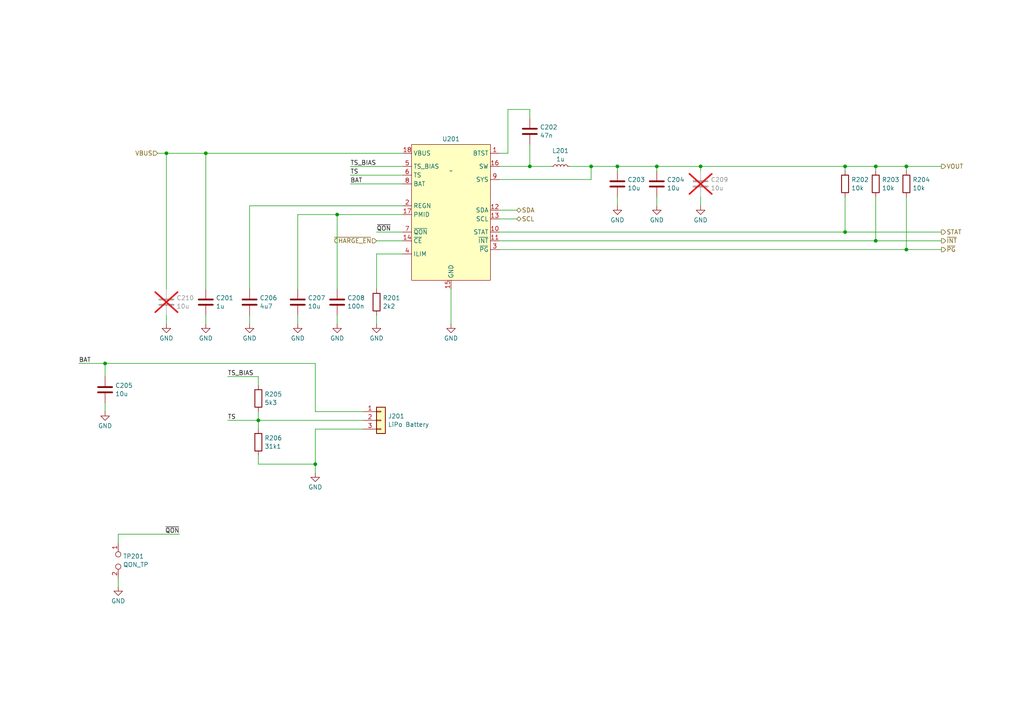
<source format=kicad_sch>
(kicad_sch (version 20230121) (generator eeschema)
  (paper "A4")
  (lib_symbols
    (symbol "Connector:TestPoint_2Pole" (pin_names (offset 0.762) hide)
      (property "Reference" "TP" (at 0 1.524 0))
      (property "Value" "TestPoint_2Pole" (at 0 -1.778 0))
      (symbol "TestPoint_2Pole_0_1"
        (circle (center -1.778 0) (radius 0.762))
        (circle (center 1.778 0) (radius 0.762))
        (pin passive line (at -5.08 0 0) (length 2.54) (name "1") (number "1"))
        (pin passive line (at 5.08 0 180) (length 2.54) (name "2") (number "2"))
      )
    )
    (symbol "Connector_Generic:Conn_01x03" (pin_names (offset 1.016) hide)
      (property "Reference" "J" (at 0 5.08 0))
      (property "Value" "Conn_01x03" (at 0 -5.08 0))
      (symbol "Conn_01x03_1_1"
        (rectangle (start -1.27 -2.413) (end 0 -2.667) (stroke (width 0.1524)))
        (rectangle (start -1.27 0.127) (end 0 -0.127) (stroke (width 0.1524)))
        (rectangle (start -1.27 2.667) (end 0 2.413) (stroke (width 0.1524)))
        (rectangle (start -1.27 3.81) (end 1.27 -3.81) (stroke (width 0.254)) (fill (type background)))
        (pin passive line (at -5.08 2.54 0) (length 3.81) (name "Pin_1") (number "1"))
        (pin passive line (at -5.08 0 0) (length 3.81) (name "Pin_2") (number "2"))
        (pin passive line (at -5.08 -2.54 0) (length 3.81) (name "Pin_3") (number "3"))
      )
    )
    (symbol "Device:C" (pin_numbers hide) (pin_names (offset 0.254))
      (property "Reference" "C" (at 0.635 2.54 0))
      (property "Value" "C" (at 0.635 -2.54 0))
      (symbol "C_0_1"
        (polyline (pts (xy -2.032 -0.762) (xy 2.032 -0.762)) (stroke (width 0.508)))
        (polyline (pts (xy -2.032 0.762) (xy 2.032 0.762)) (stroke (width 0.508)))
      )
      (symbol "C_1_1"
        (pin passive line (at 0 3.81 270) (length 2.794) (name "~") (number "1"))
        (pin passive line (at 0 -3.81 90) (length 2.794) (name "~") (number "2"))
      )
    )
    (symbol "Device:L_Small" (pin_numbers hide) (pin_names (offset 0.254) hide)
      (property "Reference" "L" (at 0.762 1.016 0))
      (property "Value" "L_Small" (at 0.762 -1.016 0))
      (symbol "L_Small_0_1"
        (arc (start 0 -2.032) (mid 0.5058 -1.524) (end 0 -1.016))
        (arc (start 0 -1.016) (mid 0.5058 -0.508) (end 0 0))
        (arc (start 0 0) (mid 0.5058 0.508) (end 0 1.016))
        (arc (start 0 1.016) (mid 0.5058 1.524) (end 0 2.032))
      )
      (symbol "L_Small_1_1"
        (pin passive line (at 0 2.54 270) (length 0.508) (name "~") (number "1"))
        (pin passive line (at 0 -2.54 90) (length 0.508) (name "~") (number "2"))
      )
    )
    (symbol "Device:R" (pin_numbers hide) (pin_names (offset 0))
      (property "Reference" "R" (at 2.032 0 90))
      (property "Value" "R" (at 0 0 90))
      (symbol "R_0_1"
        (rectangle (start -1.016 -2.54) (end 1.016 2.54) (stroke (width 0.254)))
      )
      (symbol "R_1_1"
        (pin passive line (at 0 3.81 270) (length 1.27) (name "~") (number "1"))
        (pin passive line (at 0 -3.81 90) (length 1.27) (name "~") (number "2"))
      )
    )
    (symbol "power:GND" (power) (pin_names (offset 0))
      (property "Value" "GND" (at 0 -3.81 0))
      (symbol "GND_0_1"
        (polyline (pts (xy 0 0) (xy 0 -1.27) (xy 1.27 -1.27) (xy 0 -2.54) (xy -1.27 -1.27) (xy 0 -1.27)))
      )
      (symbol "GND_1_1"
        (pin power_in line (at 0 0 270) (length 0) hide (name "GND") (number "1"))
      )
    )
    (symbol "shimatta_regulators:BQ25628E"
      (property "Reference" "U" (at 0 20.32 0))
      (symbol "BQ25628E_1_1"
        (rectangle (start -11.43 19.05) (end 11.43 -20.32) (fill (type background)))
        (pin passive line (at 13.97 16.51 180) (length 2.54) (name "BTST") (number "1"))
        (pin open_collector line (at 13.97 -6.35 180) (length 2.54) (name "STAT") (number "10"))
        (pin open_collector line (at 13.97 -8.89 180) (length 2.54) (name "~{INT}") (number "11"))
        (pin bidirectional line (at 13.97 0 180) (length 2.54) (name "SDA") (number "12"))
        (pin bidirectional line (at 13.97 -2.54 180) (length 2.54) (name "SCL") (number "13"))
        (pin input line (at -13.97 -8.89 0) (length 2.54) (name "~{CE}") (number "14"))
        (pin power_in line (at 0 -22.86 90) (length 2.54) (name "GND") (number "15"))
        (pin power_out line (at 13.97 12.7 180) (length 2.54) (name "SW") (number "16"))
        (pin power_out line (at -13.97 -1.27 0) (length 2.54) (name "PMID") (number "17"))
        (pin power_in line (at -13.97 16.51 0) (length 2.54) (name "VBUS") (number "18"))
        (pin power_out line (at -13.97 1.27 0) (length 2.54) (name "REGN") (number "2"))
        (pin output line (at 13.97 -11.43 180) (length 2.54) (name "~{PG}") (number "3"))
        (pin passive line (at -13.97 -12.7 0) (length 2.54) (name "ILIM") (number "4"))
        (pin power_out line (at -13.97 12.7 0) (length 2.54) (name "TS_BIAS") (number "5"))
        (pin input line (at -13.97 10.16 0) (length 2.54) (name "TS") (number "6"))
        (pin input line (at -13.97 -6.35 0) (length 2.54) (name "~{QON}") (number "7"))
        (pin bidirectional line (at -13.97 7.62 0) (length 2.54) (name "BAT") (number "8"))
        (pin power_out line (at 13.97 8.89 180) (length 2.54) (name "SYS") (number "9"))
      )
    )
  )
  (junction (at 254 69.85))
  (junction (at 245.11 48.26))
  (junction (at 179.07 48.26))
  (junction (at 91.44 134.62))
  (junction (at 245.11 67.31))
  (junction (at 262.89 48.26))
  (junction (at 190.5 48.26))
  (junction (at 171.45 48.26))
  (junction (at 59.69 44.45))
  (junction (at 254 48.26))
  (junction (at 74.93 121.92))
  (junction (at 153.67 48.26))
  (junction (at 97.79 62.23))
  (junction (at 48.26 44.45))
  (junction (at 30.48 105.41))
  (junction (at 203.2 48.26))
  (junction (at 262.89 72.39))
  (wire (pts (xy 153.67 41.91) (xy 153.67 48.26)))
  (wire (pts (xy 97.79 62.23) (xy 86.36 62.23)))
  (wire (pts (xy 109.22 73.66) (xy 109.22 83.82)))
  (wire (pts (xy 101.6 50.8) (xy 116.84 50.8)))
  (wire (pts (xy 74.93 119.38) (xy 74.93 121.92)))
  (wire (pts (xy 153.67 31.75) (xy 147.32 31.75)))
  (wire (pts (xy 86.36 62.23) (xy 86.36 83.82)))
  (wire (pts (xy 91.44 134.62) (xy 91.44 137.16)))
  (wire (pts (xy 91.44 105.41) (xy 91.44 119.38)))
  (wire (pts (xy 245.11 67.31) (xy 273.05 67.31)))
  (wire (pts (xy 66.04 121.92) (xy 74.93 121.92)))
  (wire (pts (xy 171.45 48.26) (xy 165.1 48.26)))
  (wire (pts (xy 254 69.85) (xy 273.05 69.85)))
  (wire (pts (xy 262.89 48.26) (xy 262.89 49.53)))
  (wire (pts (xy 254 48.26) (xy 254 49.53)))
  (wire (pts (xy 66.04 109.22) (xy 74.93 109.22)))
  (wire (pts (xy 72.39 59.69) (xy 72.39 83.82)))
  (wire (pts (xy 179.07 48.26) (xy 190.5 48.26)))
  (wire (pts (xy 262.89 57.15) (xy 262.89 72.39)))
  (wire (pts (xy 101.6 48.26) (xy 116.84 48.26)))
  (wire (pts (xy 144.78 69.85) (xy 254 69.85)))
  (wire (pts (xy 245.11 57.15) (xy 245.11 67.31)))
  (wire (pts (xy 144.78 63.5) (xy 149.86 63.5)))
  (wire (pts (xy 34.29 157.48) (xy 34.29 154.94)))
  (wire (pts (xy 97.79 91.44) (xy 97.79 93.98)))
  (wire (pts (xy 203.2 57.15) (xy 203.2 59.69)))
  (wire (pts (xy 144.78 52.07) (xy 171.45 52.07)))
  (wire (pts (xy 153.67 34.29) (xy 153.67 31.75)))
  (wire (pts (xy 86.36 91.44) (xy 86.36 93.98)))
  (wire (pts (xy 153.67 48.26) (xy 160.02 48.26)))
  (wire (pts (xy 72.39 91.44) (xy 72.39 93.98)))
  (wire (pts (xy 144.78 60.96) (xy 149.86 60.96)))
  (wire (pts (xy 74.93 111.76) (xy 74.93 109.22)))
  (wire (pts (xy 171.45 52.07) (xy 171.45 48.26)))
  (wire (pts (xy 48.26 91.44) (xy 48.26 93.98)))
  (wire (pts (xy 109.22 67.31) (xy 116.84 67.31)))
  (wire (pts (xy 97.79 62.23) (xy 97.79 83.82)))
  (wire (pts (xy 190.5 48.26) (xy 190.5 49.53)))
  (wire (pts (xy 59.69 91.44) (xy 59.69 93.98)))
  (wire (pts (xy 130.81 83.82) (xy 130.81 93.98)))
  (wire (pts (xy 48.26 44.45) (xy 48.26 83.82)))
  (wire (pts (xy 22.86 105.41) (xy 30.48 105.41)))
  (wire (pts (xy 116.84 73.66) (xy 109.22 73.66)))
  (wire (pts (xy 74.93 134.62) (xy 91.44 134.62)))
  (wire (pts (xy 45.72 44.45) (xy 48.26 44.45)))
  (wire (pts (xy 74.93 121.92) (xy 74.93 124.46)))
  (wire (pts (xy 48.26 44.45) (xy 59.69 44.45)))
  (wire (pts (xy 190.5 48.26) (xy 203.2 48.26)))
  (wire (pts (xy 203.2 48.26) (xy 245.11 48.26)))
  (wire (pts (xy 179.07 57.15) (xy 179.07 59.69)))
  (wire (pts (xy 59.69 44.45) (xy 59.69 83.82)))
  (wire (pts (xy 262.89 48.26) (xy 273.05 48.26)))
  (wire (pts (xy 109.22 91.44) (xy 109.22 93.98)))
  (wire (pts (xy 30.48 116.84) (xy 30.48 119.38)))
  (wire (pts (xy 190.5 57.15) (xy 190.5 59.69)))
  (wire (pts (xy 91.44 119.38) (xy 105.41 119.38)))
  (wire (pts (xy 171.45 48.26) (xy 179.07 48.26)))
  (wire (pts (xy 116.84 59.69) (xy 72.39 59.69)))
  (wire (pts (xy 254 48.26) (xy 262.89 48.26)))
  (wire (pts (xy 144.78 72.39) (xy 262.89 72.39)))
  (wire (pts (xy 109.22 69.85) (xy 116.84 69.85)))
  (wire (pts (xy 116.84 62.23) (xy 97.79 62.23)))
  (wire (pts (xy 52.07 154.94) (xy 34.29 154.94)))
  (wire (pts (xy 147.32 31.75) (xy 147.32 44.45)))
  (wire (pts (xy 147.32 44.45) (xy 144.78 44.45)))
  (wire (pts (xy 30.48 105.41) (xy 30.48 109.22)))
  (wire (pts (xy 101.6 53.34) (xy 116.84 53.34)))
  (wire (pts (xy 105.41 124.46) (xy 91.44 124.46)))
  (wire (pts (xy 144.78 67.31) (xy 245.11 67.31)))
  (wire (pts (xy 59.69 44.45) (xy 116.84 44.45)))
  (wire (pts (xy 91.44 124.46) (xy 91.44 134.62)))
  (wire (pts (xy 144.78 48.26) (xy 153.67 48.26)))
  (wire (pts (xy 30.48 105.41) (xy 91.44 105.41)))
  (wire (pts (xy 179.07 48.26) (xy 179.07 49.53)))
  (wire (pts (xy 74.93 121.92) (xy 105.41 121.92)))
  (wire (pts (xy 245.11 48.26) (xy 254 48.26)))
  (wire (pts (xy 245.11 48.26) (xy 245.11 49.53)))
  (wire (pts (xy 203.2 49.53) (xy 203.2 48.26)))
  (wire (pts (xy 262.89 72.39) (xy 273.05 72.39)))
  (wire (pts (xy 254 57.15) (xy 254 69.85)))
  (wire (pts (xy 34.29 167.64) (xy 34.29 170.18)))
  (wire (pts (xy 74.93 132.08) (xy 74.93 134.62)))
  (label "TS" (at 66.04 121.92 0))
  (label "BAT" (at 22.86 105.41 0))
  (label "~{QON}" (at 52.07 154.94 180))
  (label "BAT" (at 101.6 53.34 0))
  (label "TS_BIAS" (at 66.04 109.22 0))
  (label "TS_BIAS" (at 101.6 48.26 0))
  (label "~{QON}" (at 109.22 67.31 0))
  (label "TS" (at 101.6 50.8 0))
  (hierarchical_label "~{PG}" (shape output) (at 273.05 72.39 0))
  (hierarchical_label "STAT" (shape output) (at 273.05 67.31 0))
  (hierarchical_label "VBUS" (shape input) (at 45.72 44.45 180))
  (hierarchical_label "~{CHARGE_EN}" (shape input) (at 109.22 69.85 180))
  (hierarchical_label "~{INT}" (shape output) (at 273.05 69.85 0))
  (hierarchical_label "SCL" (shape bidirectional) (at 149.86 63.5 0))
  (hierarchical_label "SDA" (shape bidirectional) (at 149.86 60.96 0))
  (hierarchical_label "VOUT" (shape output) (at 273.05 48.26 0))
  (symbol (lib_id "Device:C") (at 97.79 87.63 0) (unit 1)
    (property "Reference" "C208" (at 100.711 86.4179 0) (effects (justify left)))
    (property "Value" "100n" (at 100.711 88.8421 0) (effects (justify left)))
  )
  (symbol (lib_id "Device:R") (at 262.89 53.34 0) (unit 1)
    (property "Reference" "R204" (at 264.668 52.1279 0) (effects (justify left)))
    (property "Value" "10k" (at 264.668 54.5521 0) (effects (justify left)))
  )
  (symbol (lib_id "Device:L_Small") (at 162.56 48.26 90) (unit 1)
    (property "Reference" "L201" (at 162.56 43.7369 90))
    (property "Value" "1u" (at 162.56 46.1611 90))
  )
  (symbol (lib_id "Device:C") (at 86.36 87.63 0) (unit 1)
    (property "Reference" "C207" (at 89.281 86.4179 0) (effects (justify left)))
    (property "Value" "10u" (at 89.281 88.8421 0) (effects (justify left)))
  )
  (symbol (lib_id "power:GND") (at 34.29 170.18 0) (unit 1)
    (property "Reference" "#PWR0213" (effects hide))
    (property "Value" "GND" (at 34.29 174.3131 0))
  )
  (symbol (lib_id "Device:R") (at 254 53.34 0) (unit 1)
    (property "Reference" "R203" (at 255.778 52.1279 0) (effects (justify left)))
    (property "Value" "10k" (at 255.778 54.5521 0) (effects (justify left)))
  )
  (symbol (lib_id "power:GND") (at 130.81 93.98 0) (unit 1)
    (property "Reference" "#PWR0202" (effects hide))
    (property "Value" "GND" (at 130.81 98.1131 0))
  )
  (symbol (lib_id "power:GND") (at 179.07 59.69 0) (unit 1)
    (property "Reference" "#PWR0204" (effects hide))
    (property "Value" "GND" (at 179.07 63.8231 0))
  )
  (symbol (lib_id "Device:C") (at 153.67 38.1 0) (unit 1)
    (property "Reference" "C202" (at 156.591 36.8879 0) (effects (justify left)))
    (property "Value" "47n" (at 156.591 39.3121 0) (effects (justify left)))
  )
  (symbol (lib_id "power:GND") (at 203.2 59.69 0) (unit 1)
    (property "Reference" "#PWR0211" (effects hide))
    (property "Value" "GND" (at 203.2 63.8231 0))
  )
  (symbol (lib_id "power:GND") (at 48.26 93.98 0) (unit 1)
    (property "Reference" "#PWR0212" (effects hide))
    (property "Value" "GND" (at 48.26 98.1131 0))
  )
  (symbol (lib_id "power:GND") (at 97.79 93.98 0) (unit 1)
    (property "Reference" "#PWR0208" (effects hide))
    (property "Value" "GND" (at 97.79 98.1131 0))
  )
  (symbol (lib_id "power:GND") (at 91.44 137.16 0) (unit 1)
    (property "Reference" "#PWR0207" (effects hide))
    (property "Value" "GND" (at 91.44 141.2931 0))
  )
  (symbol (lib_id "power:GND") (at 72.39 93.98 0) (unit 1)
    (property "Reference" "#PWR0210" (effects hide))
    (property "Value" "GND" (at 72.39 98.1131 0))
  )
  (symbol (lib_id "Connector:TestPoint_2Pole") (at 34.29 162.56 270) (unit 1)
    (property "Reference" "TP201" (at 35.687 161.3479 90) (effects (justify left)))
    (property "Value" "QON_TP" (at 35.687 163.7721 90) (effects (justify left)))
  )
  (symbol (lib_id "power:GND") (at 86.36 93.98 0) (unit 1)
    (property "Reference" "#PWR0209" (effects hide))
    (property "Value" "GND" (at 86.36 98.1131 0))
  )
  (symbol (lib_id "power:GND") (at 109.22 93.98 0) (unit 1)
    (property "Reference" "#PWR0203" (effects hide))
    (property "Value" "GND" (at 109.22 98.1131 0))
  )
  (symbol (lib_id "Device:C") (at 179.07 53.34 0) (unit 1)
    (property "Reference" "C203" (at 181.991 52.1279 0) (effects (justify left)))
    (property "Value" "10u" (at 181.991 54.5521 0) (effects (justify left)))
  )
  (symbol (lib_id "Device:C") (at 203.2 53.34 0) (unit 1) (dnp yes)
    (property "Reference" "C209" (at 206.121 52.1279 0) (effects (justify left)))
    (property "Value" "10u" (at 206.121 54.5521 0) (effects (justify left)))
  )
  (symbol (lib_id "Device:R") (at 74.93 115.57 0) (unit 1)
    (property "Reference" "R205" (at 76.708 114.3579 0) (effects (justify left)))
    (property "Value" "5k3" (at 76.708 116.7821 0) (effects (justify left)))
  )
  (symbol (lib_id "Device:R") (at 245.11 53.34 0) (unit 1)
    (property "Reference" "R202" (at 246.888 52.1279 0) (effects (justify left)))
    (property "Value" "10k" (at 246.888 54.5521 0) (effects (justify left)))
  )
  (symbol (lib_id "Device:C") (at 72.39 87.63 0) (unit 1)
    (property "Reference" "C206" (at 75.311 86.4179 0) (effects (justify left)))
    (property "Value" "4u7" (at 75.311 88.8421 0) (effects (justify left)))
  )
  (symbol (lib_id "Device:C") (at 30.48 113.03 0) (unit 1)
    (property "Reference" "C205" (at 33.401 111.8179 0) (effects (justify left)))
    (property "Value" "10u" (at 33.401 114.2421 0) (effects (justify left)))
  )
  (symbol (lib_id "power:GND") (at 190.5 59.69 0) (unit 1)
    (property "Reference" "#PWR0205" (effects hide))
    (property "Value" "GND" (at 190.5 63.8231 0))
  )
  (symbol (lib_id "Device:R") (at 74.93 128.27 0) (unit 1)
    (property "Reference" "R206" (at 76.708 127.0579 0) (effects (justify left)))
    (property "Value" "31k1" (at 76.708 129.4821 0) (effects (justify left)))
  )
  (symbol (lib_id "power:GND") (at 59.69 93.98 0) (unit 1)
    (property "Reference" "#PWR0201" (effects hide))
    (property "Value" "GND" (at 59.69 98.1131 0))
  )
  (symbol (lib_id "Connector_Generic:Conn_01x03") (at 110.49 121.92 0) (unit 1)
    (property "Reference" "J201" (at 112.522 120.7079 0) (effects (justify left)))
    (property "Value" "LiPo Battery" (at 112.522 123.1321 0) (effects (justify left)))
  )
  (symbol (lib_id "shimatta_regulators:BQ25628E") (at 130.81 60.96 0) (unit 1)
    (property "Reference" "U201" (at 130.81 40.3169 0))
    (property "Value" "~" (at 130.81 49.53 0))
    (property "Datasheet" "https://www.ti.com/lit/ds/symlink/bq25628e.pdf?ts=1691628713948&ref_url=https%253A%252F%252Fwww.ti.com%252Fproduct%252FBQ25628E" (effects hide))
  )
  (symbol (lib_id "Device:R") (at 109.22 87.63 0) (unit 1)
    (property "Reference" "R201" (at 110.998 86.4179 0) (effects (justify left)))
    (property "Value" "2k2" (at 110.998 88.8421 0) (effects (justify left)))
  )
  (symbol (lib_id "Device:C") (at 59.69 87.63 0) (unit 1)
    (property "Reference" "C201" (at 62.611 86.4179 0) (effects (justify left)))
    (property "Value" "1u" (at 62.611 88.8421 0) (effects (justify left)))
  )
  (symbol (lib_id "Device:C") (at 48.26 87.63 0) (unit 1) (dnp yes)
    (property "Reference" "C210" (at 51.181 86.4179 0) (effects (justify left)))
    (property "Value" "10u" (at 51.181 88.8421 0) (effects (justify left)))
  )
  (symbol (lib_id "Device:C") (at 190.5 53.34 0) (unit 1)
    (property "Reference" "C204" (at 193.421 52.1279 0) (effects (justify left)))
    (property "Value" "10u" (at 193.421 54.5521 0) (effects (justify left)))
  )
  (symbol (lib_id "power:GND") (at 30.48 119.38 0) (unit 1)
    (property "Reference" "#PWR0206" (effects hide))
    (property "Value" "GND" (at 30.48 123.5131 0))
  )
)
</source>
